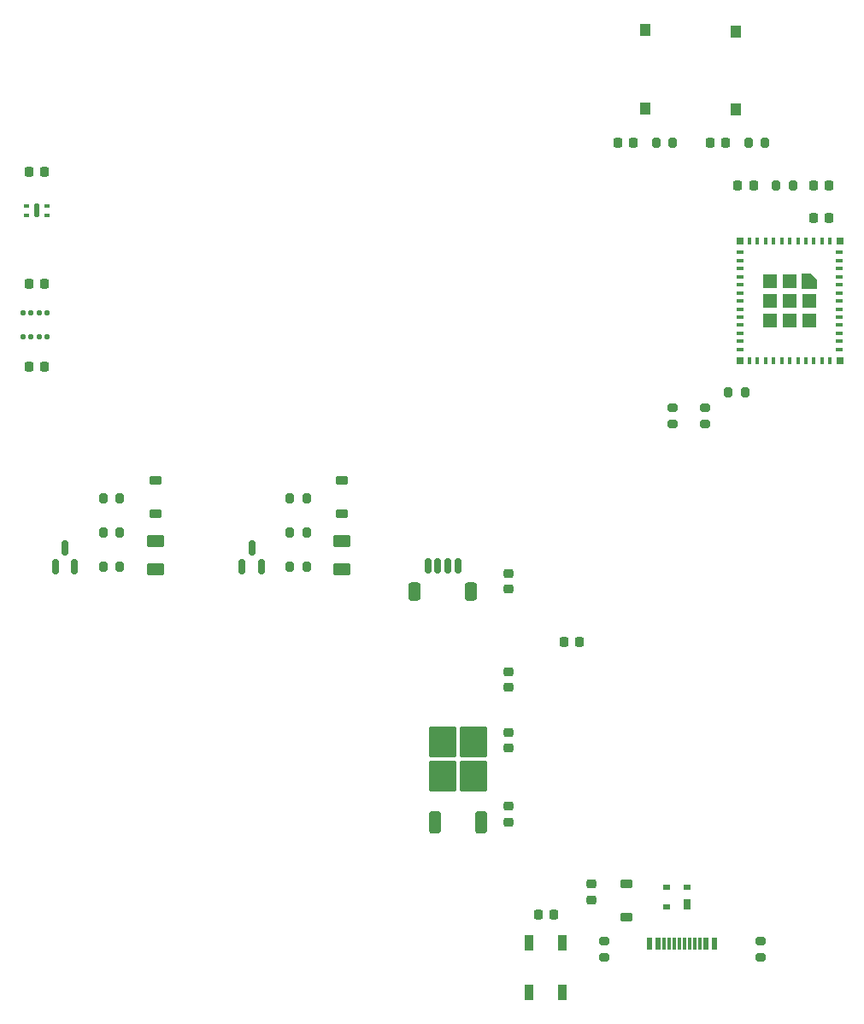
<source format=gbr>
%TF.GenerationSoftware,KiCad,Pcbnew,(7.0.0-0)*%
%TF.CreationDate,2023-04-09T15:51:22-04:00*%
%TF.ProjectId,KwartzLab-SensorBoard-Rev2,4b776172-747a-44c6-9162-2d53656e736f,2*%
%TF.SameCoordinates,Original*%
%TF.FileFunction,Paste,Top*%
%TF.FilePolarity,Positive*%
%FSLAX46Y46*%
G04 Gerber Fmt 4.6, Leading zero omitted, Abs format (unit mm)*
G04 Created by KiCad (PCBNEW (7.0.0-0)) date 2023-04-09 15:51:22*
%MOMM*%
%LPD*%
G01*
G04 APERTURE LIST*
G04 Aperture macros list*
%AMRoundRect*
0 Rectangle with rounded corners*
0 $1 Rounding radius*
0 $2 $3 $4 $5 $6 $7 $8 $9 X,Y pos of 4 corners*
0 Add a 4 corners polygon primitive as box body*
4,1,4,$2,$3,$4,$5,$6,$7,$8,$9,$2,$3,0*
0 Add four circle primitives for the rounded corners*
1,1,$1+$1,$2,$3*
1,1,$1+$1,$4,$5*
1,1,$1+$1,$6,$7*
1,1,$1+$1,$8,$9*
0 Add four rect primitives between the rounded corners*
20,1,$1+$1,$2,$3,$4,$5,0*
20,1,$1+$1,$4,$5,$6,$7,0*
20,1,$1+$1,$6,$7,$8,$9,0*
20,1,$1+$1,$8,$9,$2,$3,0*%
%AMFreePoly0*
4,1,6,0.725000,-0.725000,-0.725000,-0.725000,-0.725000,0.125000,-0.125000,0.725000,0.725000,0.725000,0.725000,-0.725000,0.725000,-0.725000,$1*%
G04 Aperture macros list end*
%ADD10RoundRect,0.250000X0.350000X-0.850000X0.350000X0.850000X-0.350000X0.850000X-0.350000X-0.850000X0*%
%ADD11RoundRect,0.250000X1.125000X-1.275000X1.125000X1.275000X-1.125000X1.275000X-1.125000X-1.275000X0*%
%ADD12R,1.000000X1.250000*%
%ADD13RoundRect,0.225000X-0.225000X-0.250000X0.225000X-0.250000X0.225000X0.250000X-0.225000X0.250000X0*%
%ADD14RoundRect,0.200000X0.200000X0.275000X-0.200000X0.275000X-0.200000X-0.275000X0.200000X-0.275000X0*%
%ADD15RoundRect,0.150000X0.150000X-0.587500X0.150000X0.587500X-0.150000X0.587500X-0.150000X-0.587500X0*%
%ADD16RoundRect,0.225000X0.375000X-0.225000X0.375000X0.225000X-0.375000X0.225000X-0.375000X-0.225000X0*%
%ADD17R,0.400000X0.800000*%
%ADD18R,0.800000X0.400000*%
%ADD19FreePoly0,270.000000*%
%ADD20R,1.450000X1.450000*%
%ADD21R,0.700000X0.700000*%
%ADD22RoundRect,0.200000X-0.275000X0.200000X-0.275000X-0.200000X0.275000X-0.200000X0.275000X0.200000X0*%
%ADD23RoundRect,0.200000X-0.200000X-0.275000X0.200000X-0.275000X0.200000X0.275000X-0.200000X0.275000X0*%
%ADD24RoundRect,0.225000X0.225000X0.250000X-0.225000X0.250000X-0.225000X-0.250000X0.225000X-0.250000X0*%
%ADD25RoundRect,0.225000X0.250000X-0.225000X0.250000X0.225000X-0.250000X0.225000X-0.250000X-0.225000X0*%
%ADD26R,0.900000X1.500000*%
%ADD27RoundRect,0.225000X-0.375000X0.225000X-0.375000X-0.225000X0.375000X-0.225000X0.375000X0.225000X0*%
%ADD28RoundRect,0.150000X0.150000X0.625000X-0.150000X0.625000X-0.150000X-0.625000X0.150000X-0.625000X0*%
%ADD29RoundRect,0.250000X0.350000X0.650000X-0.350000X0.650000X-0.350000X-0.650000X0.350000X-0.650000X0*%
%ADD30RoundRect,0.250000X-0.625000X0.375000X-0.625000X-0.375000X0.625000X-0.375000X0.625000X0.375000X0*%
%ADD31RoundRect,0.125000X-0.125000X-0.137500X0.125000X-0.137500X0.125000X0.137500X-0.125000X0.137500X0*%
%ADD32RoundRect,0.225000X-0.250000X0.225000X-0.250000X-0.225000X0.250000X-0.225000X0.250000X0.225000X0*%
%ADD33R,0.600000X1.150000*%
%ADD34R,0.300000X1.150000*%
%ADD35RoundRect,0.087500X-0.187500X-0.087500X0.187500X-0.087500X0.187500X0.087500X-0.187500X0.087500X0*%
%ADD36RoundRect,0.125000X-0.125000X-0.575000X0.125000X-0.575000X0.125000X0.575000X-0.125000X0.575000X0*%
%ADD37RoundRect,0.087500X0.187500X0.087500X-0.187500X0.087500X-0.187500X-0.087500X0.187500X-0.087500X0*%
%ADD38R,0.700000X1.000000*%
%ADD39R,0.700000X0.600000*%
G04 APERTURE END LIST*
D10*
%TO.C,U2*%
X133495000Y-139275000D03*
D11*
X134250000Y-134650000D03*
X137300000Y-134650000D03*
X134250000Y-131300000D03*
X137300000Y-131300000D03*
D10*
X138055000Y-139275000D03*
%TD*%
D12*
%TO.C,SW1*%
X154349999Y-60774999D03*
X154349999Y-68524999D03*
%TD*%
D13*
%TO.C,C7*%
X151600000Y-71900000D03*
X153150000Y-71900000D03*
%TD*%
D14*
%TO.C,R13*%
X120800000Y-113900000D03*
X119150000Y-113900000D03*
%TD*%
D15*
%TO.C,Q2*%
X114400000Y-113900000D03*
X116300000Y-113900000D03*
X115350000Y-112025000D03*
%TD*%
D16*
%TO.C,D6*%
X105800000Y-108700000D03*
X105800000Y-105400000D03*
%TD*%
D17*
%TO.C,U1*%
X172649999Y-81699999D03*
X171849999Y-81699999D03*
X171049999Y-81699999D03*
X170249999Y-81699999D03*
X169449999Y-81699999D03*
X168649999Y-81699999D03*
X167849999Y-81699999D03*
X167049999Y-81699999D03*
X166249999Y-81699999D03*
X165449999Y-81699999D03*
X164649999Y-81699999D03*
D18*
X163749999Y-82799999D03*
X163749999Y-83599999D03*
X163749999Y-84399999D03*
X163749999Y-85199999D03*
X163749999Y-85999999D03*
X163749999Y-86799999D03*
X163749999Y-87599999D03*
X163749999Y-88399999D03*
X163749999Y-89199999D03*
X163749999Y-89999999D03*
X163749999Y-90799999D03*
X163749999Y-91599999D03*
X163749999Y-92399999D03*
D17*
X164649999Y-93499999D03*
X165449999Y-93499999D03*
X166249999Y-93499999D03*
X167049999Y-93499999D03*
X167849999Y-93499999D03*
X168649999Y-93499999D03*
X169449999Y-93499999D03*
X170249999Y-93499999D03*
X171049999Y-93499999D03*
X171849999Y-93499999D03*
X172649999Y-93499999D03*
D18*
X173549999Y-92399999D03*
X173549999Y-91599999D03*
X173549999Y-90799999D03*
X173549999Y-89999999D03*
X173549999Y-89199999D03*
X173549999Y-88399999D03*
X173549999Y-87599999D03*
X173549999Y-86799999D03*
X173549999Y-85999999D03*
X173549999Y-85199999D03*
X173549999Y-84399999D03*
X173549999Y-83599999D03*
X173549999Y-82799999D03*
D19*
X170625000Y-85625000D03*
D20*
X168649999Y-85624999D03*
X166674999Y-85624999D03*
X170624999Y-87599999D03*
X168649999Y-87599999D03*
X166674999Y-87599999D03*
X170624999Y-89574999D03*
X168649999Y-89574999D03*
X166674999Y-89574999D03*
D21*
X173599999Y-93549999D03*
X163699999Y-93549999D03*
X163699999Y-81649999D03*
X173599999Y-81649999D03*
%TD*%
D22*
%TO.C,R4*%
X150230000Y-151000000D03*
X150230000Y-152650000D03*
%TD*%
D13*
%TO.C,C2*%
X171000000Y-79400000D03*
X172550000Y-79400000D03*
%TD*%
D23*
%TO.C,R8*%
X100650000Y-110525000D03*
X102300000Y-110525000D03*
%TD*%
D24*
%TO.C,C14*%
X147850000Y-121400000D03*
X146300000Y-121400000D03*
%TD*%
D22*
%TO.C,R1*%
X160300000Y-98150000D03*
X160300000Y-99800000D03*
%TD*%
D13*
%TO.C,C10*%
X93300000Y-74837500D03*
X94850000Y-74837500D03*
%TD*%
D25*
%TO.C,C15*%
X140800000Y-116150000D03*
X140800000Y-114600000D03*
%TD*%
D26*
%TO.C,D3*%
X142799999Y-156049999D03*
X146099999Y-156049999D03*
X146099999Y-151149999D03*
X142799999Y-151149999D03*
%TD*%
D25*
%TO.C,C13*%
X140800000Y-125900000D03*
X140800000Y-124350000D03*
%TD*%
D22*
%TO.C,R5*%
X165730000Y-151000000D03*
X165730000Y-152650000D03*
%TD*%
D12*
%TO.C,SW2*%
X163299999Y-60899999D03*
X163299999Y-68649999D03*
%TD*%
D25*
%TO.C,C5*%
X140800000Y-131900000D03*
X140800000Y-130350000D03*
%TD*%
D23*
%TO.C,R7*%
X164550000Y-71900000D03*
X166200000Y-71900000D03*
%TD*%
D27*
%TO.C,D2*%
X152480000Y-145350000D03*
X152480000Y-148650000D03*
%TD*%
D13*
%TO.C,C1*%
X163500000Y-76150000D03*
X165050000Y-76150000D03*
%TD*%
D28*
%TO.C,J7*%
X135800000Y-113875000D03*
X134800000Y-113875000D03*
X133800000Y-113875000D03*
X132800000Y-113875000D03*
D29*
X137100000Y-116400000D03*
X131500000Y-116400000D03*
%TD*%
D13*
%TO.C,C8*%
X160750000Y-71900000D03*
X162300000Y-71900000D03*
%TD*%
D23*
%TO.C,R14*%
X162550000Y-96640000D03*
X164200000Y-96640000D03*
%TD*%
D14*
%TO.C,R10*%
X102300000Y-107150000D03*
X100650000Y-107150000D03*
%TD*%
%TO.C,R12*%
X120800000Y-107150000D03*
X119150000Y-107150000D03*
%TD*%
D16*
%TO.C,D7*%
X124300000Y-108700000D03*
X124300000Y-105400000D03*
%TD*%
D30*
%TO.C,D4*%
X105800000Y-111350000D03*
X105800000Y-114150000D03*
%TD*%
D13*
%TO.C,C3*%
X171000000Y-76150000D03*
X172550000Y-76150000D03*
%TD*%
D31*
%TO.C,U4*%
X92700000Y-88775000D03*
X93500000Y-88775000D03*
X94300000Y-88775000D03*
X95100000Y-88775000D03*
X95100000Y-91150000D03*
X94300000Y-91150000D03*
X93500000Y-91150000D03*
X92700000Y-91150000D03*
%TD*%
D32*
%TO.C,C6*%
X148980000Y-145350000D03*
X148980000Y-146900000D03*
%TD*%
D33*
%TO.C,J2*%
X154779999Y-151294999D03*
X155579999Y-151294999D03*
D34*
X156729999Y-151294999D03*
X157729999Y-151294999D03*
X158229999Y-151294999D03*
X159229999Y-151294999D03*
D33*
X160379999Y-151294999D03*
X161179999Y-151294999D03*
X161179999Y-151294999D03*
X160379999Y-151294999D03*
D34*
X159729999Y-151294999D03*
X158729999Y-151294999D03*
X157229999Y-151294999D03*
X156229999Y-151294999D03*
D33*
X155579999Y-151294999D03*
X154779999Y-151294999D03*
%TD*%
D14*
%TO.C,R11*%
X102300000Y-113900000D03*
X100650000Y-113900000D03*
%TD*%
D15*
%TO.C,Q1*%
X95900000Y-113900000D03*
X97800000Y-113900000D03*
X96850000Y-112025000D03*
%TD*%
D22*
%TO.C,R2*%
X157050000Y-98150000D03*
X157050000Y-99800000D03*
%TD*%
D35*
%TO.C,U3*%
X93000000Y-78150000D03*
X93000000Y-79150000D03*
D36*
X94025000Y-78650000D03*
D37*
X95050000Y-78150000D03*
X95050000Y-79150000D03*
%TD*%
D23*
%TO.C,R9*%
X119150000Y-110525000D03*
X120800000Y-110525000D03*
%TD*%
D30*
%TO.C,D5*%
X124300000Y-111350000D03*
X124300000Y-114150000D03*
%TD*%
D38*
%TO.C,D1*%
X158479999Y-147399999D03*
D39*
X158479999Y-145699999D03*
X156479999Y-145699999D03*
X156479999Y-147599999D03*
%TD*%
D25*
%TO.C,C4*%
X140800000Y-139200000D03*
X140800000Y-137650000D03*
%TD*%
D23*
%TO.C,R6*%
X155400000Y-71900000D03*
X157050000Y-71900000D03*
%TD*%
D13*
%TO.C,C11*%
X93250000Y-85900000D03*
X94800000Y-85900000D03*
%TD*%
%TO.C,C9*%
X143750000Y-148400000D03*
X145300000Y-148400000D03*
%TD*%
D14*
%TO.C,R3*%
X168950000Y-76150000D03*
X167300000Y-76150000D03*
%TD*%
D13*
%TO.C,C12*%
X93250000Y-94150000D03*
X94800000Y-94150000D03*
%TD*%
M02*

</source>
